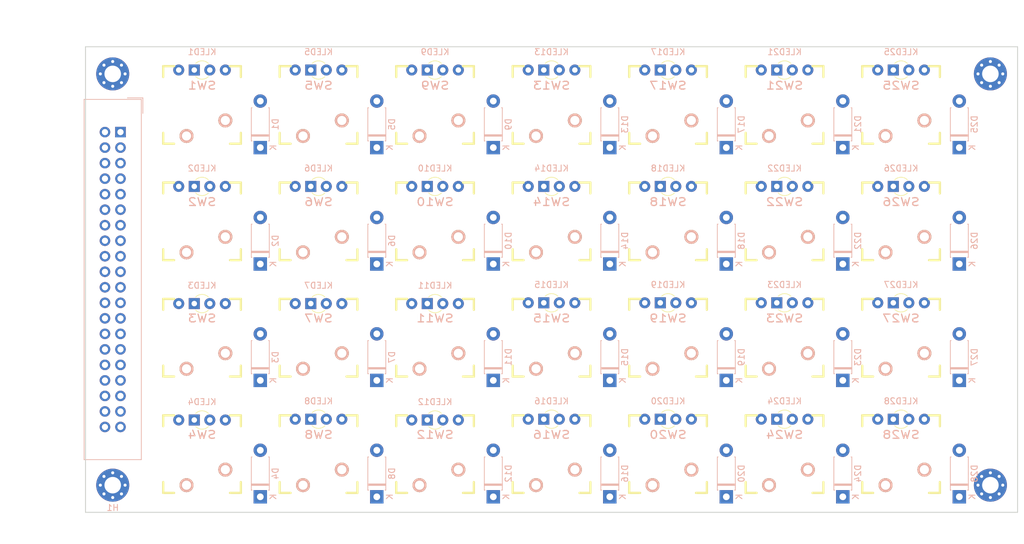
<source format=kicad_pcb>
(kicad_pcb (version 20171130) (host pcbnew 5.0.1+dfsg1-3)
  (layers (0 F.Cu signal) (31 B.Cu signal) (34 B.Paste user) (35 F.Paste user) (36 B.SilkS user) (37 F.SilkS user) (38 B.Mask user) (39 F.Mask user) (44 Edge.Cuts user))
  (net 0 "")
  (net 1 "Net-(D2-Pad1)")
  (net 2 "Net-(D1-Pad1)")
  (net 3 /KS2)
  (net 4 "Net-(D3-Pad1)")
  (net 5 "Net-(D4-Pad1)")
  (net 6 "Net-(D5-Pad1)")
  (net 7 "Net-(D6-Pad1)")
  (net 8 "Net-(D7-Pad1)")
  (net 9 "Net-(D8-Pad1)")
  (net 10 "Net-(D9-Pad1)")
  (net 11 "Net-(D10-Pad1)")
  (net 12 "Net-(D11-Pad1)")
  (net 13 "Net-(D12-Pad1)")
  (net 14 "Net-(D13-Pad1)")
  (net 15 "Net-(D14-Pad1)")
  (net 16 "Net-(D15-Pad1)")
  (net 17 "Net-(D16-Pad1)")
  (net 18 "Net-(D17-Pad1)")
  (net 19 "Net-(D18-Pad1)")
  (net 20 "Net-(D19-Pad1)")
  (net 21 "Net-(D20-Pad1)")
  (net 22 "Net-(D21-Pad1)")
  (net 23 "Net-(D22-Pad1)")
  (net 24 "Net-(D23-Pad1)")
  (net 25 "Net-(D24-Pad1)")
  (net 26 "Net-(D25-Pad1)")
  (net 27 "Net-(D26-Pad1)")
  (net 28 "Net-(D27-Pad1)")
  (net 29 "Net-(D28-Pad1)")
  (net 30 /KR0)
  (net 31 /KR1)
  (net 32 /KR2)
  (net 33 /KR3)
  (net 34 /KR4)
  (net 35 /KR5)
  (net 36 /KR6)
  (net 37 /KR7)
  (net 38 /KR8)
  (net 39 /KR9)
  (net 40 /KS0)
  (net 41 /KS1)
  (net 42 "Net-(J1-Pad1)")
  (net 43 "Net-(J1-Pad3)")
  (net 44 "Net-(J1-Pad5)")
  (net 45 "Net-(J1-Pad7)")
  (net 46 "Net-(J1-Pad9)")
  (net 47 "Net-(J1-Pad11)")
  (net 48 "Net-(J1-Pad13)")
  (net 49 "Net-(J1-Pad15)")
  (net 50 "Net-(J1-Pad17)")
  (net 51 "Net-(J1-Pad19)")
  (net 52 "Net-(J1-Pad21)")
  (net 53 "Net-(J1-Pad23)")
  (net 54 "Net-(J1-Pad25)")
  (net 55 "Net-(J1-Pad27)")
  (net 56 "Net-(J1-Pad29)")
  (net 57 "Net-(J1-Pad31)")
  (net 58 "Net-(J1-Pad33)")
  (net 59 "Net-(J1-Pad35)")
  (net 60 "Net-(J1-Pad37)")
  (net 61 "Net-(J1-Pad39)")
  (module chordboard-footprints:LED_D3.0mm-4 (layer F.Cu) (at 154.305 153.797)
    (fp_text reference KLED12 (at 2.54 -2.96) (layer B.SilkS) (effects (justify mirror)))
    (fp_text value LED_ARGB)
    (pad 4 thru_hole circle (at 3.81 0) (size 1.8 1.8) (drill 0.9) (layers *.Cu *.Mask) (net 56 "Net-(J1-Pad29)"))
    (pad 2 thru_hole circle (at -1.27 0) (size 1.8 1.8) (drill 0.9) (layers *.Cu *.Mask) (net 58 "Net-(J1-Pad33)"))
    (pad 1 thru_hole rect (at 1.27 0) (size 1.8 1.8) (drill 0.9) (layers *.Cu *.Mask) (net 53 "Net-(J1-Pad23)"))
    (pad 3 thru_hole circle (at 6.35 0) (size 1.8 1.8) (drill 0.9) (layers *.Cu *.Mask) (net 57 "Net-(J1-Pad31)"))
  )
  (module chordboard-footprints:LED_D3.0mm-4 (layer F.Cu) (at 135.255 115.57)
    (fp_text reference KLED6 (at 2.54 -2.96) (layer B.SilkS) (effects (justify mirror)))
    (fp_text value LED_ARGB)
    (pad 4 thru_hole circle (at 3.81 0) (size 1.8 1.8) (drill 0.9) (layers *.Cu *.Mask) (net 56 "Net-(J1-Pad29)"))
    (pad 2 thru_hole circle (at -1.27 0) (size 1.8 1.8) (drill 0.9) (layers *.Cu *.Mask) (net 58 "Net-(J1-Pad33)"))
    (pad 1 thru_hole rect (at 1.27 0) (size 1.8 1.8) (drill 0.9) (layers *.Cu *.Mask) (net 47 "Net-(J1-Pad11)"))
    (pad 3 thru_hole circle (at 6.35 0) (size 1.8 1.8) (drill 0.9) (layers *.Cu *.Mask) (net 57 "Net-(J1-Pad31)"))
  )
  (module chordboard-footprints:CHERRY_PCB_100H (layer F.Cu) (at 175.895 102.235 180)
    (fp_text reference SW13 (at 0 3.175 180) (layer B.SilkS) (effects (font (size 1.27 1.524) (thickness 0.2032)) (justify mirror)))
    (fp_text value SW_Push hide)
    (pad HOLE np_thru_hole circle (at 5.08 0 180) (size 1.7018 1.7018) (drill 1.7018) (layers *.Cu))
    (pad HOLE np_thru_hole circle (at -5.08 0 180) (size 1.7018 1.7018) (drill 1.7018) (layers *.Cu))
    (pad HOLE np_thru_hole circle (at 0 0 180) (size 3.9878 3.9878) (drill 3.9878) (layers *.Cu))
    (pad 2 thru_hole circle (at -3.81 -2.54 180) (size 2.286 2.286) (drill 1.4986) (layers *.Cu *.SilkS *.Mask) (net 33 /KR3))
    (pad 1 thru_hole circle (at 2.54 -5.08 180) (size 2.286 2.286) (drill 1.4986) (layers *.Cu *.SilkS *.Mask) (net 14 "Net-(D13-Pad1)"))
  )
  (module chordboard-footprints:CHERRY_PCB_100H (layer F.Cu) (at 137.795 121.285 180)
    (fp_text reference SW6 (at 0 3.175 180) (layer B.SilkS) (effects (font (size 1.27 1.524) (thickness 0.2032)) (justify mirror)))
    (fp_text value SW_Push hide)
    (pad 1 thru_hole circle (at 2.54 -5.08 180) (size 2.286 2.286) (drill 1.4986) (layers *.Cu *.SilkS *.Mask) (net 7 "Net-(D6-Pad1)"))
    (pad 2 thru_hole circle (at -3.81 -2.54 180) (size 2.286 2.286) (drill 1.4986) (layers *.Cu *.SilkS *.Mask) (net 35 /KR5))
    (pad HOLE np_thru_hole circle (at 0 0 180) (size 3.9878 3.9878) (drill 3.9878) (layers *.Cu))
    (pad HOLE np_thru_hole circle (at -5.08 0 180) (size 1.7018 1.7018) (drill 1.7018) (layers *.Cu))
    (pad HOLE np_thru_hole circle (at 5.08 0 180) (size 1.7018 1.7018) (drill 1.7018) (layers *.Cu))
  )
  (module chordboard-footprints:LED_D3.0mm-4 (layer F.Cu) (at 154.305 115.57)
    (fp_text reference KLED10 (at 2.54 -2.96) (layer B.SilkS) (effects (justify mirror)))
    (fp_text value LED_ARGB)
    (pad 3 thru_hole circle (at 6.35 0) (size 1.8 1.8) (drill 0.9) (layers *.Cu *.Mask) (net 57 "Net-(J1-Pad31)"))
    (pad 1 thru_hole rect (at 1.27 0) (size 1.8 1.8) (drill 0.9) (layers *.Cu *.Mask) (net 51 "Net-(J1-Pad19)"))
    (pad 2 thru_hole circle (at -1.27 0) (size 1.8 1.8) (drill 0.9) (layers *.Cu *.Mask) (net 58 "Net-(J1-Pad33)"))
    (pad 4 thru_hole circle (at 3.81 0) (size 1.8 1.8) (drill 0.9) (layers *.Cu *.Mask) (net 56 "Net-(J1-Pad29)"))
  )
  (module chordboard-footprints:CHERRY_PCB_100H (layer F.Cu) (at 233.045 102.235 180)
    (fp_text reference SW25 (at 0 3.175 180) (layer B.SilkS) (effects (font (size 1.27 1.524) (thickness 0.2032)) (justify mirror)))
    (fp_text value SW_Push hide)
    (pad 1 thru_hole circle (at 2.54 -5.08 180) (size 2.286 2.286) (drill 1.4986) (layers *.Cu *.SilkS *.Mask) (net 26 "Net-(D25-Pad1)"))
    (pad 2 thru_hole circle (at -3.81 -2.54 180) (size 2.286 2.286) (drill 1.4986) (layers *.Cu *.SilkS *.Mask) (net 36 /KR6))
    (pad HOLE np_thru_hole circle (at 0 0 180) (size 3.9878 3.9878) (drill 3.9878) (layers *.Cu))
    (pad HOLE np_thru_hole circle (at -5.08 0 180) (size 1.7018 1.7018) (drill 1.7018) (layers *.Cu))
    (pad HOLE np_thru_hole circle (at 5.08 0 180) (size 1.7018 1.7018) (drill 1.7018) (layers *.Cu))
  )
  (module chordboard-footprints:LED_D3.0mm-4 (layer F.Cu) (at 230.505 153.67)
    (fp_text reference KLED28 (at 2.54 -2.96) (layer B.SilkS) (effects (justify mirror)))
    (fp_text value LED_ARGB)
    (pad 4 thru_hole circle (at 3.81 0) (size 1.8 1.8) (drill 0.9) (layers *.Cu *.Mask) (net 59 "Net-(J1-Pad35)"))
    (pad 2 thru_hole circle (at -1.27 0) (size 1.8 1.8) (drill 0.9) (layers *.Cu *.Mask) (net 61 "Net-(J1-Pad39)"))
    (pad 1 thru_hole rect (at 1.27 0) (size 1.8 1.8) (drill 0.9) (layers *.Cu *.Mask) (net 55 "Net-(J1-Pad27)"))
    (pad 3 thru_hole circle (at 6.35 0) (size 1.8 1.8) (drill 0.9) (layers *.Cu *.Mask) (net 60 "Net-(J1-Pad37)"))
  )
  (module chordboard-footprints:CHERRY_PCB_100H (layer F.Cu) (at 213.995 159.385 180)
    (fp_text reference SW24 (at 0 3.175 180) (layer B.SilkS) (effects (font (size 1.27 1.524) (thickness 0.2032)) (justify mirror)))
    (fp_text value SW_Push hide)
    (pad 1 thru_hole circle (at 2.54 -5.08 180) (size 2.286 2.286) (drill 1.4986) (layers *.Cu *.SilkS *.Mask) (net 25 "Net-(D24-Pad1)"))
    (pad 2 thru_hole circle (at -3.81 -2.54 180) (size 2.286 2.286) (drill 1.4986) (layers *.Cu *.SilkS *.Mask) (net 35 /KR5))
    (pad HOLE np_thru_hole circle (at 0 0 180) (size 3.9878 3.9878) (drill 3.9878) (layers *.Cu))
    (pad HOLE np_thru_hole circle (at -5.08 0 180) (size 1.7018 1.7018) (drill 1.7018) (layers *.Cu))
    (pad HOLE np_thru_hole circle (at 5.08 0 180) (size 1.7018 1.7018) (drill 1.7018) (layers *.Cu))
  )
  (module chordboard-footprints:LED_D3.0mm-4 (layer F.Cu) (at 135.255 134.747)
    (fp_text reference KLED7 (at 2.54 -2.96) (layer B.SilkS) (effects (justify mirror)))
    (fp_text value LED_ARGB)
    (pad 4 thru_hole circle (at 3.81 0) (size 1.8 1.8) (drill 0.9) (layers *.Cu *.Mask) (net 56 "Net-(J1-Pad29)"))
    (pad 2 thru_hole circle (at -1.27 0) (size 1.8 1.8) (drill 0.9) (layers *.Cu *.Mask) (net 58 "Net-(J1-Pad33)"))
    (pad 1 thru_hole rect (at 1.27 0) (size 1.8 1.8) (drill 0.9) (layers *.Cu *.Mask) (net 48 "Net-(J1-Pad13)"))
    (pad 3 thru_hole circle (at 6.35 0) (size 1.8 1.8) (drill 0.9) (layers *.Cu *.Mask) (net 57 "Net-(J1-Pad31)"))
  )
  (module chordboard-footprints:CHERRY_PCB_100H (layer F.Cu) (at 194.945 102.235 180)
    (fp_text reference SW17 (at 0 3.175 180) (layer B.SilkS) (effects (font (size 1.27 1.524) (thickness 0.2032)) (justify mirror)))
    (fp_text value SW_Push hide)
    (pad 1 thru_hole circle (at 2.54 -5.08 180) (size 2.286 2.286) (drill 1.4986) (layers *.Cu *.SilkS *.Mask) (net 18 "Net-(D17-Pad1)"))
    (pad 2 thru_hole circle (at -3.81 -2.54 180) (size 2.286 2.286) (drill 1.4986) (layers *.Cu *.SilkS *.Mask) (net 37 /KR7))
    (pad HOLE np_thru_hole circle (at 0 0 180) (size 3.9878 3.9878) (drill 3.9878) (layers *.Cu))
    (pad HOLE np_thru_hole circle (at -5.08 0 180) (size 1.7018 1.7018) (drill 1.7018) (layers *.Cu))
    (pad HOLE np_thru_hole circle (at 5.08 0 180) (size 1.7018 1.7018) (drill 1.7018) (layers *.Cu))
  )
  (module chordboard-footprints:CHERRY_PCB_100H (layer F.Cu) (at 156.845 102.235 180)
    (fp_text reference SW9 (at 0 3.175 180) (layer B.SilkS) (effects (font (size 1.27 1.524) (thickness 0.2032)) (justify mirror)))
    (fp_text value SW_Push hide)
    (pad HOLE np_thru_hole circle (at 5.08 0 180) (size 1.7018 1.7018) (drill 1.7018) (layers *.Cu))
    (pad HOLE np_thru_hole circle (at -5.08 0 180) (size 1.7018 1.7018) (drill 1.7018) (layers *.Cu))
    (pad HOLE np_thru_hole circle (at 0 0 180) (size 3.9878 3.9878) (drill 3.9878) (layers *.Cu))
    (pad 2 thru_hole circle (at -3.81 -2.54 180) (size 2.286 2.286) (drill 1.4986) (layers *.Cu *.SilkS *.Mask) (net 38 /KR8))
    (pad 1 thru_hole circle (at 2.54 -5.08 180) (size 2.286 2.286) (drill 1.4986) (layers *.Cu *.SilkS *.Mask) (net 10 "Net-(D9-Pad1)"))
  )
  (module chordboard-footprints:LED_D3.0mm-4 (layer F.Cu) (at 230.505 96.52)
    (fp_text reference KLED25 (at 2.54 -2.96) (layer B.SilkS) (effects (justify mirror)))
    (fp_text value LED_ARGB)
    (pad 4 thru_hole circle (at 3.81 0) (size 1.8 1.8) (drill 0.9) (layers *.Cu *.Mask) (net 59 "Net-(J1-Pad35)"))
    (pad 2 thru_hole circle (at -1.27 0) (size 1.8 1.8) (drill 0.9) (layers *.Cu *.Mask) (net 61 "Net-(J1-Pad39)"))
    (pad 1 thru_hole rect (at 1.27 0) (size 1.8 1.8) (drill 0.9) (layers *.Cu *.Mask) (net 52 "Net-(J1-Pad21)"))
    (pad 3 thru_hole circle (at 6.35 0) (size 1.8 1.8) (drill 0.9) (layers *.Cu *.Mask) (net 60 "Net-(J1-Pad37)"))
  )
  (module chordboard-footprints:CHERRY_PCB_100H (layer F.Cu) (at 137.795 140.335 180)
    (fp_text reference SW7 (at 0 3.175 180) (layer B.SilkS) (effects (font (size 1.27 1.524) (thickness 0.2032)) (justify mirror)))
    (fp_text value SW_Push hide)
    (pad 1 thru_hole circle (at 2.54 -5.08 180) (size 2.286 2.286) (drill 1.4986) (layers *.Cu *.SilkS *.Mask) (net 8 "Net-(D7-Pad1)"))
    (pad 2 thru_hole circle (at -3.81 -2.54 180) (size 2.286 2.286) (drill 1.4986) (layers *.Cu *.SilkS *.Mask))
    (pad HOLE np_thru_hole circle (at 0 0 180) (size 3.9878 3.9878) (drill 3.9878) (layers *.Cu))
    (pad HOLE np_thru_hole circle (at -5.08 0 180) (size 1.7018 1.7018) (drill 1.7018) (layers *.Cu))
    (pad HOLE np_thru_hole circle (at 5.08 0 180) (size 1.7018 1.7018) (drill 1.7018) (layers *.Cu))
  )
  (module chordboard-footprints:LED_D3.0mm-4 (layer F.Cu) (at 154.305 96.52)
    (fp_text reference KLED9 (at 2.54 -2.96) (layer B.SilkS) (effects (justify mirror)))
    (fp_text value LED_ARGB)
    (pad 4 thru_hole circle (at 3.81 0) (size 1.8 1.8) (drill 0.9) (layers *.Cu *.Mask) (net 56 "Net-(J1-Pad29)"))
    (pad 2 thru_hole circle (at -1.27 0) (size 1.8 1.8) (drill 0.9) (layers *.Cu *.Mask) (net 58 "Net-(J1-Pad33)"))
    (pad 1 thru_hole rect (at 1.27 0) (size 1.8 1.8) (drill 0.9) (layers *.Cu *.Mask) (net 50 "Net-(J1-Pad17)"))
    (pad 3 thru_hole circle (at 6.35 0) (size 1.8 1.8) (drill 0.9) (layers *.Cu *.Mask) (net 57 "Net-(J1-Pad31)"))
  )
  (module chordboard-footprints:CHERRY_PCB_100H (layer F.Cu) (at 233.045 121.285 180)
    (fp_text reference SW26 (at 0 3.175 180) (layer B.SilkS) (effects (font (size 1.27 1.524) (thickness 0.2032)) (justify mirror)))
    (fp_text value SW_Push hide)
    (pad 1 thru_hole circle (at 2.54 -5.08 180) (size 2.286 2.286) (drill 1.4986) (layers *.Cu *.SilkS *.Mask) (net 27 "Net-(D26-Pad1)"))
    (pad 2 thru_hole circle (at -3.81 -2.54 180) (size 2.286 2.286) (drill 1.4986) (layers *.Cu *.SilkS *.Mask) (net 37 /KR7))
    (pad HOLE np_thru_hole circle (at 0 0 180) (size 3.9878 3.9878) (drill 3.9878) (layers *.Cu))
    (pad HOLE np_thru_hole circle (at -5.08 0 180) (size 1.7018 1.7018) (drill 1.7018) (layers *.Cu))
    (pad HOLE np_thru_hole circle (at 5.08 0 180) (size 1.7018 1.7018) (drill 1.7018) (layers *.Cu))
  )
  (module chordboard-footprints:LED_D3.0mm-4 (layer F.Cu) (at 135.255 96.52)
    (fp_text reference KLED5 (at 2.54 -2.96) (layer B.SilkS) (effects (justify mirror)))
    (fp_text value LED_ARGB)
    (pad 3 thru_hole circle (at 6.35 0) (size 1.8 1.8) (drill 0.9) (layers *.Cu *.Mask) (net 57 "Net-(J1-Pad31)"))
    (pad 1 thru_hole rect (at 1.27 0) (size 1.8 1.8) (drill 0.9) (layers *.Cu *.Mask) (net 46 "Net-(J1-Pad9)"))
    (pad 2 thru_hole circle (at -1.27 0) (size 1.8 1.8) (drill 0.9) (layers *.Cu *.Mask) (net 58 "Net-(J1-Pad33)"))
    (pad 4 thru_hole circle (at 3.81 0) (size 1.8 1.8) (drill 0.9) (layers *.Cu *.Mask) (net 56 "Net-(J1-Pad29)"))
  )
  (module chordboard-footprints:LED_D3.0mm-4 (layer F.Cu) (at 211.455 134.62)
    (fp_text reference KLED23 (at 2.54 -2.96) (layer B.SilkS) (effects (justify mirror)))
    (fp_text value LED_ARGB)
    (pad 3 thru_hole circle (at 6.35 0) (size 1.8 1.8) (drill 0.9) (layers *.Cu *.Mask) (net 60 "Net-(J1-Pad37)"))
    (pad 1 thru_hole rect (at 1.27 0) (size 1.8 1.8) (drill 0.9) (layers *.Cu *.Mask) (net 50 "Net-(J1-Pad17)"))
    (pad 2 thru_hole circle (at -1.27 0) (size 1.8 1.8) (drill 0.9) (layers *.Cu *.Mask) (net 61 "Net-(J1-Pad39)"))
    (pad 4 thru_hole circle (at 3.81 0) (size 1.8 1.8) (drill 0.9) (layers *.Cu *.Mask) (net 59 "Net-(J1-Pad35)"))
  )
  (module chordboard-footprints:LED_D3.0mm-4 (layer F.Cu) (at 116.205 153.797)
    (fp_text reference KLED4 (at 2.54 -2.96) (layer B.SilkS) (effects (justify mirror)))
    (fp_text value LED_ARGB)
    (pad 3 thru_hole circle (at 6.35 0) (size 1.8 1.8) (drill 0.9) (layers *.Cu *.Mask) (net 57 "Net-(J1-Pad31)"))
    (pad 1 thru_hole rect (at 1.27 0) (size 1.8 1.8) (drill 0.9) (layers *.Cu *.Mask) (net 45 "Net-(J1-Pad7)"))
    (pad 2 thru_hole circle (at -1.27 0) (size 1.8 1.8) (drill 0.9) (layers *.Cu *.Mask) (net 58 "Net-(J1-Pad33)"))
    (pad 4 thru_hole circle (at 3.81 0) (size 1.8 1.8) (drill 0.9) (layers *.Cu *.Mask) (net 56 "Net-(J1-Pad29)"))
  )
  (module chordboard-footprints:CHERRY_PCB_100H (layer F.Cu) (at 137.795 159.385 180)
    (fp_text reference SW8 (at 0 3.175 180) (layer B.SilkS) (effects (font (size 1.27 1.524) (thickness 0.2032)) (justify mirror)))
    (fp_text value SW_Push hide)
    (pad HOLE np_thru_hole circle (at 5.08 0 180) (size 1.7018 1.7018) (drill 1.7018) (layers *.Cu))
    (pad HOLE np_thru_hole circle (at -5.08 0 180) (size 1.7018 1.7018) (drill 1.7018) (layers *.Cu))
    (pad HOLE np_thru_hole circle (at 0 0 180) (size 3.9878 3.9878) (drill 3.9878) (layers *.Cu))
    (pad 2 thru_hole circle (at -3.81 -2.54 180) (size 2.286 2.286) (drill 1.4986) (layers *.Cu *.SilkS *.Mask) (net 37 /KR7))
    (pad 1 thru_hole circle (at 2.54 -5.08 180) (size 2.286 2.286) (drill 1.4986) (layers *.Cu *.SilkS *.Mask) (net 9 "Net-(D8-Pad1)"))
  )
  (module chordboard-footprints:CHERRY_PCB_100H (layer F.Cu) (at 213.995 140.335 180)
    (fp_text reference SW23 (at 0 3.175 180) (layer B.SilkS) (effects (font (size 1.27 1.524) (thickness 0.2032)) (justify mirror)))
    (fp_text value SW_Push hide)
    (pad HOLE np_thru_hole circle (at 5.08 0 180) (size 1.7018 1.7018) (drill 1.7018) (layers *.Cu))
    (pad HOLE np_thru_hole circle (at -5.08 0 180) (size 1.7018 1.7018) (drill 1.7018) (layers *.Cu))
    (pad HOLE np_thru_hole circle (at 0 0 180) (size 3.9878 3.9878) (drill 3.9878) (layers *.Cu))
    (pad 2 thru_hole circle (at -3.81 -2.54 180) (size 2.286 2.286) (drill 1.4986) (layers *.Cu *.SilkS *.Mask) (net 34 /KR4))
    (pad 1 thru_hole circle (at 2.54 -5.08 180) (size 2.286 2.286) (drill 1.4986) (layers *.Cu *.SilkS *.Mask) (net 24 "Net-(D23-Pad1)"))
  )
  (module chordboard-footprints:LED_D3.0mm-4 (layer F.Cu) (at 154.305 134.747)
    (fp_text reference KLED11 (at 2.54 -2.96) (layer B.SilkS) (effects (justify mirror)))
    (fp_text value LED_ARGB)
    (pad 3 thru_hole circle (at 6.35 0) (size 1.8 1.8) (drill 0.9) (layers *.Cu *.Mask) (net 57 "Net-(J1-Pad31)"))
    (pad 1 thru_hole rect (at 1.27 0) (size 1.8 1.8) (drill 0.9) (layers *.Cu *.Mask) (net 52 "Net-(J1-Pad21)"))
    (pad 2 thru_hole circle (at -1.27 0) (size 1.8 1.8) (drill 0.9) (layers *.Cu *.Mask) (net 58 "Net-(J1-Pad33)"))
    (pad 4 thru_hole circle (at 3.81 0) (size 1.8 1.8) (drill 0.9) (layers *.Cu *.Mask) (net 56 "Net-(J1-Pad29)"))
  )
  (module chordboard-footprints:LED_D3.0mm-4 (layer F.Cu) (at 230.505 134.62)
    (fp_text reference KLED27 (at 2.54 -2.96) (layer B.SilkS) (effects (justify mirror)))
    (fp_text value LED_ARGB)
    (pad 3 thru_hole circle (at 6.35 0) (size 1.8 1.8) (drill 0.9) (layers *.Cu *.Mask) (net 60 "Net-(J1-Pad37)"))
    (pad 1 thru_hole rect (at 1.27 0) (size 1.8 1.8) (drill 0.9) (layers *.Cu *.Mask) (net 54 "Net-(J1-Pad25)"))
    (pad 2 thru_hole circle (at -1.27 0) (size 1.8 1.8) (drill 0.9) (layers *.Cu *.Mask) (net 61 "Net-(J1-Pad39)"))
    (pad 4 thru_hole circle (at 3.81 0) (size 1.8 1.8) (drill 0.9) (layers *.Cu *.Mask) (net 59 "Net-(J1-Pad35)"))
  )
  (module chordboard-footprints:CHERRY_PCB_100H (layer F.Cu) (at 156.845 121.285 180)
    (fp_text reference SW10 (at 0 3.175 180) (layer B.SilkS) (effects (font (size 1.27 1.524) (thickness 0.2032)) (justify mirror)))
    (fp_text value SW_Push hide)
    (pad HOLE np_thru_hole circle (at 5.08 0 180) (size 1.7018 1.7018) (drill 1.7018) (layers *.Cu))
    (pad HOLE np_thru_hole circle (at -5.08 0 180) (size 1.7018 1.7018) (drill 1.7018) (layers *.Cu))
    (pad HOLE np_thru_hole circle (at 0 0 180) (size 3.9878 3.9878) (drill 3.9878) (layers *.Cu))
    (pad 2 thru_hole circle (at -3.81 -2.54 180) (size 2.286 2.286) (drill 1.4986) (layers *.Cu *.SilkS *.Mask) (net 30 /KR0))
    (pad 1 thru_hole circle (at 2.54 -5.08 180) (size 2.286 2.286) (drill 1.4986) (layers *.Cu *.SilkS *.Mask) (net 11 "Net-(D10-Pad1)"))
  )
  (module chordboard-footprints:LED_D3.0mm-4 (layer F.Cu) (at 192.405 134.62)
    (fp_text reference KLED19 (at 2.54 -2.96) (layer B.SilkS) (effects (justify mirror)))
    (fp_text value LED_ARGB)
    (pad 4 thru_hole circle (at 3.81 0) (size 1.8 1.8) (drill 0.9) (layers *.Cu *.Mask) (net 59 "Net-(J1-Pad35)"))
    (pad 2 thru_hole circle (at -1.27 0) (size 1.8 1.8) (drill 0.9) (layers *.Cu *.Mask) (net 61 "Net-(J1-Pad39)"))
    (pad 1 thru_hole rect (at 1.27 0) (size 1.8 1.8) (drill 0.9) (layers *.Cu *.Mask) (net 46 "Net-(J1-Pad9)"))
    (pad 3 thru_hole circle (at 6.35 0) (size 1.8 1.8) (drill 0.9) (layers *.Cu *.Mask) (net 60 "Net-(J1-Pad37)"))
  )
  (module chordboard-footprints:LED_D3.0mm-4 (layer F.Cu) (at 192.405 153.67)
    (fp_text reference KLED20 (at 2.54 -2.96) (layer B.SilkS) (effects (justify mirror)))
    (fp_text value LED_ARGB)
    (pad 3 thru_hole circle (at 6.35 0) (size 1.8 1.8) (drill 0.9) (layers *.Cu *.Mask) (net 60 "Net-(J1-Pad37)"))
    (pad 1 thru_hole rect (at 1.27 0) (size 1.8 1.8) (drill 0.9) (layers *.Cu *.Mask) (net 47 "Net-(J1-Pad11)"))
    (pad 2 thru_hole circle (at -1.27 0) (size 1.8 1.8) (drill 0.9) (layers *.Cu *.Mask) (net 61 "Net-(J1-Pad39)"))
    (pad 4 thru_hole circle (at 3.81 0) (size 1.8 1.8) (drill 0.9) (layers *.Cu *.Mask) (net 59 "Net-(J1-Pad35)"))
  )
  (module chordboard-footprints:CHERRY_PCB_100H (layer F.Cu) (at 156.845 140.335 180)
    (fp_text reference SW11 (at 0 3.175 180) (layer B.SilkS) (effects (font (size 1.27 1.524) (thickness 0.2032)) (justify mirror)))
    (fp_text value SW_Push hide)
    (pad HOLE np_thru_hole circle (at 5.08 0 180) (size 1.7018 1.7018) (drill 1.7018) (layers *.Cu))
    (pad HOLE np_thru_hole circle (at -5.08 0 180) (size 1.7018 1.7018) (drill 1.7018) (layers *.Cu))
    (pad HOLE np_thru_hole circle (at 0 0 180) (size 3.9878 3.9878) (drill 3.9878) (layers *.Cu))
    (pad 2 thru_hole circle (at -3.81 -2.54 180) (size 2.286 2.286) (drill 1.4986) (layers *.Cu *.SilkS *.Mask) (net 31 /KR1))
    (pad 1 thru_hole circle (at 2.54 -5.08 180) (size 2.286 2.286) (drill 1.4986) (layers *.Cu *.SilkS *.Mask) (net 12 "Net-(D11-Pad1)"))
  )
  (module chordboard-footprints:LED_D3.0mm-4 (layer F.Cu) (at 135.255 153.67)
    (fp_text reference KLED8 (at 2.54 -2.96) (layer B.SilkS) (effects (justify mirror)))
    (fp_text value LED_ARGB)
    (pad 3 thru_hole circle (at 6.35 0) (size 1.8 1.8) (drill 0.9) (layers *.Cu *.Mask) (net 57 "Net-(J1-Pad31)"))
    (pad 1 thru_hole rect (at 1.27 0) (size 1.8 1.8) (drill 0.9) (layers *.Cu *.Mask) (net 49 "Net-(J1-Pad15)"))
    (pad 2 thru_hole circle (at -1.27 0) (size 1.8 1.8) (drill 0.9) (layers *.Cu *.Mask) (net 58 "Net-(J1-Pad33)"))
    (pad 4 thru_hole circle (at 3.81 0) (size 1.8 1.8) (drill 0.9) (layers *.Cu *.Mask) (net 56 "Net-(J1-Pad29)"))
  )
  (module chordboard-footprints:LED_D3.0mm-4 (layer F.Cu) (at 211.455 96.52)
    (fp_text reference KLED21 (at 2.54 -2.96) (layer B.SilkS) (effects (justify mirror)))
    (fp_text value LED_ARGB)
    (pad 4 thru_hole circle (at 3.81 0) (size 1.8 1.8) (drill 0.9) (layers *.Cu *.Mask) (net 59 "Net-(J1-Pad35)"))
    (pad 2 thru_hole circle (at -1.27 0) (size 1.8 1.8) (drill 0.9) (layers *.Cu *.Mask) (net 61 "Net-(J1-Pad39)"))
    (pad 1 thru_hole rect (at 1.27 0) (size 1.8 1.8) (drill 0.9) (layers *.Cu *.Mask) (net 48 "Net-(J1-Pad13)"))
    (pad 3 thru_hole circle (at 6.35 0) (size 1.8 1.8) (drill 0.9) (layers *.Cu *.Mask) (net 60 "Net-(J1-Pad37)"))
  )
  (module chordboard-footprints:LED_D3.0mm-4 (layer F.Cu) (at 211.455 115.57)
    (fp_text reference KLED22 (at 2.54 -2.96) (layer B.SilkS) (effects (justify mirror)))
    (fp_text value LED_ARGB)
    (pad 3 thru_hole circle (at 6.35 0) (size 1.8 1.8) (drill 0.9) (layers *.Cu *.Mask) (net 60 "Net-(J1-Pad37)"))
    (pad 1 thru_hole rect (at 1.27 0) (size 1.8 1.8) (drill 0.9) (layers *.Cu *.Mask) (net 49 "Net-(J1-Pad15)"))
    (pad 2 thru_hole circle (at -1.27 0) (size 1.8 1.8) (drill 0.9) (layers *.Cu *.Mask) (net 61 "Net-(J1-Pad39)"))
    (pad 4 thru_hole circle (at 3.81 0) (size 1.8 1.8) (drill 0.9) (layers *.Cu *.Mask) (net 59 "Net-(J1-Pad35)"))
  )
  (module chordboard-footprints:LED_D3.0mm-4 (layer F.Cu) (at 230.505 115.57)
    (fp_text reference KLED26 (at 2.54 -2.96) (layer B.SilkS) (effects (justify mirror)))
    (fp_text value LED_ARGB)
    (pad 3 thru_hole circle (at 6.35 0) (size 1.8 1.8) (drill 0.9) (layers *.Cu *.Mask) (net 60 "Net-(J1-Pad37)"))
    (pad 1 thru_hole rect (at 1.27 0) (size 1.8 1.8) (drill 0.9) (layers *.Cu *.Mask) (net 53 "Net-(J1-Pad23)"))
    (pad 2 thru_hole circle (at -1.27 0) (size 1.8 1.8) (drill 0.9) (layers *.Cu *.Mask) (net 61 "Net-(J1-Pad39)"))
    (pad 4 thru_hole circle (at 3.81 0) (size 1.8 1.8) (drill 0.9) (layers *.Cu *.Mask) (net 59 "Net-(J1-Pad35)"))
  )
  (module chordboard-footprints:CHERRY_PCB_100H (layer F.Cu) (at 194.945 121.285 180)
    (fp_text reference SW18 (at 0 3.175 180) (layer B.SilkS) (effects (font (size 1.27 1.524) (thickness 0.2032)) (justify mirror)))
    (fp_text value SW_Push hide)
    (pad HOLE np_thru_hole circle (at 5.08 0 180) (size 1.7018 1.7018) (drill 1.7018) (layers *.Cu))
    (pad HOLE np_thru_hole circle (at -5.08 0 180) (size 1.7018 1.7018) (drill 1.7018) (layers *.Cu))
    (pad HOLE np_thru_hole circle (at 0 0 180) (size 3.9878 3.9878) (drill 3.9878) (layers *.Cu))
    (pad 2 thru_hole circle (at -3.81 -2.54 180) (size 2.286 2.286) (drill 1.4986) (layers *.Cu *.SilkS *.Mask) (net 38 /KR8))
    (pad 1 thru_hole circle (at 2.54 -5.08 180) (size 2.286 2.286) (drill 1.4986) (layers *.Cu *.SilkS *.Mask) (net 19 "Net-(D18-Pad1)"))
  )
  (module chordboard-footprints:CHERRY_PCB_100H (layer F.Cu) (at 156.845 159.385 180)
    (fp_text reference SW12 (at 0 3.175 180) (layer B.SilkS) (effects (font (size 1.27 1.524) (thickness 0.2032)) (justify mirror)))
    (fp_text value SW_Push hide)
    (pad 1 thru_hole circle (at 2.54 -5.08 180) (size 2.286 2.286) (drill 1.4986) (layers *.Cu *.SilkS *.Mask) (net 13 "Net-(D12-Pad1)"))
    (pad 2 thru_hole circle (at -3.81 -2.54 180) (size 2.286 2.286) (drill 1.4986) (layers *.Cu *.SilkS *.Mask) (net 32 /KR2))
    (pad HOLE np_thru_hole circle (at 0 0 180) (size 3.9878 3.9878) (drill 3.9878) (layers *.Cu))
    (pad HOLE np_thru_hole circle (at -5.08 0 180) (size 1.7018 1.7018) (drill 1.7018) (layers *.Cu))
    (pad HOLE np_thru_hole circle (at 5.08 0 180) (size 1.7018 1.7018) (drill 1.7018) (layers *.Cu))
  )
  (module chordboard-footprints:LED_D3.0mm-4 (layer F.Cu) (at 192.405 115.57)
    (fp_text reference KLED18 (at 2.54 -2.96) (layer B.SilkS) (effects (justify mirror)))
    (fp_text value LED_ARGB)
    (pad 4 thru_hole circle (at 3.81 0) (size 1.8 1.8) (drill 0.9) (layers *.Cu *.Mask) (net 59 "Net-(J1-Pad35)"))
    (pad 2 thru_hole circle (at -1.27 0) (size 1.8 1.8) (drill 0.9) (layers *.Cu *.Mask) (net 61 "Net-(J1-Pad39)"))
    (pad 1 thru_hole rect (at 1.27 0) (size 1.8 1.8) (drill 0.9) (layers *.Cu *.Mask) (net 45 "Net-(J1-Pad7)"))
    (pad 3 thru_hole circle (at 6.35 0) (size 1.8 1.8) (drill 0.9) (layers *.Cu *.Mask) (net 60 "Net-(J1-Pad37)"))
  )
  (module chordboard-footprints:LED_D3.0mm-4 (layer F.Cu) (at 116.205 134.747)
    (fp_text reference KLED3 (at 2.54 -2.96) (layer B.SilkS) (effects (justify mirror)))
    (fp_text value LED_ARGB)
    (pad 4 thru_hole circle (at 3.81 0) (size 1.8 1.8) (drill 0.9) (layers *.Cu *.Mask) (net 56 "Net-(J1-Pad29)"))
    (pad 2 thru_hole circle (at -1.27 0) (size 1.8 1.8) (drill 0.9) (layers *.Cu *.Mask) (net 58 "Net-(J1-Pad33)"))
    (pad 1 thru_hole rect (at 1.27 0) (size 1.8 1.8) (drill 0.9) (layers *.Cu *.Mask) (net 44 "Net-(J1-Pad5)"))
    (pad 3 thru_hole circle (at 6.35 0) (size 1.8 1.8) (drill 0.9) (layers *.Cu *.Mask) (net 57 "Net-(J1-Pad31)"))
  )
  (module chordboard-footprints:CHERRY_PCB_100H (layer F.Cu) (at 118.745 140.335 180)
    (fp_text reference SW3 (at 0 3.175 180) (layer B.SilkS) (effects (font (size 1.27 1.524) (thickness 0.2032)) (justify mirror)))
    (fp_text value SW_Push hide)
    (pad 1 thru_hole circle (at 2.54 -5.08 180) (size 2.286 2.286) (drill 1.4986) (layers *.Cu *.SilkS *.Mask) (net 4 "Net-(D3-Pad1)"))
    (pad 2 thru_hole circle (at -3.81 -2.54 180) (size 2.286 2.286) (drill 1.4986) (layers *.Cu *.SilkS *.Mask) (net 32 /KR2))
    (pad HOLE np_thru_hole circle (at 0 0 180) (size 3.9878 3.9878) (drill 3.9878) (layers *.Cu))
    (pad HOLE np_thru_hole circle (at -5.08 0 180) (size 1.7018 1.7018) (drill 1.7018) (layers *.Cu))
    (pad HOLE np_thru_hole circle (at 5.08 0 180) (size 1.7018 1.7018) (drill 1.7018) (layers *.Cu))
  )
  (module chordboard-footprints:CHERRY_PCB_100H (layer F.Cu) (at 175.895 140.335 180)
    (fp_text reference SW15 (at 0 3.175 180) (layer B.SilkS) (effects (font (size 1.27 1.524) (thickness 0.2032)) (justify mirror)))
    (fp_text value SW_Push hide)
    (pad HOLE np_thru_hole circle (at 5.08 0 180) (size 1.7018 1.7018) (drill 1.7018) (layers *.Cu))
    (pad HOLE np_thru_hole circle (at -5.08 0 180) (size 1.7018 1.7018) (drill 1.7018) (layers *.Cu))
    (pad HOLE np_thru_hole circle (at 0 0 180) (size 3.9878 3.9878) (drill 3.9878) (layers *.Cu))
    (pad 2 thru_hole circle (at -3.81 -2.54 180) (size 2.286 2.286) (drill 1.4986) (layers *.Cu *.SilkS *.Mask) (net 35 /KR5))
    (pad 1 thru_hole circle (at 2.54 -5.08 180) (size 2.286 2.286) (drill 1.4986) (layers *.Cu *.SilkS *.Mask) (net 16 "Net-(D15-Pad1)"))
  )
  (module chordboard-footprints:LED_D3.0mm-4 (layer F.Cu) (at 173.355 115.57)
    (fp_text reference KLED14 (at 2.54 -2.96) (layer B.SilkS) (effects (justify mirror)))
    (fp_text value LED_ARGB)
    (pad 3 thru_hole circle (at 6.35 0) (size 1.8 1.8) (drill 0.9) (layers *.Cu *.Mask) (net 57 "Net-(J1-Pad31)"))
    (pad 1 thru_hole rect (at 1.27 0) (size 1.8 1.8) (drill 0.9) (layers *.Cu *.Mask) (net 55 "Net-(J1-Pad27)"))
    (pad 2 thru_hole circle (at -1.27 0) (size 1.8 1.8) (drill 0.9) (layers *.Cu *.Mask) (net 58 "Net-(J1-Pad33)"))
    (pad 4 thru_hole circle (at 3.81 0) (size 1.8 1.8) (drill 0.9) (layers *.Cu *.Mask) (net 56 "Net-(J1-Pad29)"))
  )
  (module chordboard-footprints:CHERRY_PCB_100H (layer F.Cu) (at 118.745 102.235 180)
    (fp_text reference SW1 (at 0 3.175 180) (layer B.SilkS) (effects (font (size 1.27 1.524) (thickness 0.2032)) (justify mirror)))
    (fp_text value SW_Push hide)
    (pad 1 thru_hole circle (at 2.54 -5.08 180) (size 2.286 2.286) (drill 1.4986) (layers *.Cu *.SilkS *.Mask) (net 2 "Net-(D1-Pad1)"))
    (pad 2 thru_hole circle (at -3.81 -2.54 180) (size 2.286 2.286) (drill 1.4986) (layers *.Cu *.SilkS *.Mask) (net 30 /KR0))
    (pad HOLE np_thru_hole circle (at 0 0 180) (size 3.9878 3.9878) (drill 3.9878) (layers *.Cu))
    (pad HOLE np_thru_hole circle (at -5.08 0 180) (size 1.7018 1.7018) (drill 1.7018) (layers *.Cu))
    (pad HOLE np_thru_hole circle (at 5.08 0 180) (size 1.7018 1.7018) (drill 1.7018) (layers *.Cu))
  )
  (module chordboard-footprints:CHERRY_PCB_100H (layer F.Cu) (at 213.995 121.285 180)
    (fp_text reference SW22 (at 0 3.175 180) (layer B.SilkS) (effects (font (size 1.27 1.524) (thickness 0.2032)) (justify mirror)))
    (fp_text value SW_Push hide)
    (pad HOLE np_thru_hole circle (at 5.08 0 180) (size 1.7018 1.7018) (drill 1.7018) (layers *.Cu))
    (pad HOLE np_thru_hole circle (at -5.08 0 180) (size 1.7018 1.7018) (drill 1.7018) (layers *.Cu))
    (pad HOLE np_thru_hole circle (at 0 0 180) (size 3.9878 3.9878) (drill 3.9878) (layers *.Cu))
    (pad 2 thru_hole circle (at -3.81 -2.54 180) (size 2.286 2.286) (drill 1.4986) (layers *.Cu *.SilkS *.Mask) (net 33 /KR3))
    (pad 1 thru_hole circle (at 2.54 -5.08 180) (size 2.286 2.286) (drill 1.4986) (layers *.Cu *.SilkS *.Mask) (net 23 "Net-(D22-Pad1)"))
  )
  (module chordboard-footprints:CHERRY_PCB_100H (layer F.Cu) (at 233.045 159.385 180)
    (fp_text reference SW28 (at 0 3.175 180) (layer B.SilkS) (effects (font (size 1.27 1.524) (thickness 0.2032)) (justify mirror)))
    (fp_text value SW_Push hide)
    (pad 1 thru_hole circle (at 2.54 -5.08 180) (size 2.286 2.286) (drill 1.4986) (layers *.Cu *.SilkS *.Mask) (net 29 "Net-(D28-Pad1)"))
    (pad 2 thru_hole circle (at -3.81 -2.54 180) (size 2.286 2.286) (drill 1.4986) (layers *.Cu *.SilkS *.Mask) (net 39 /KR9))
    (pad HOLE np_thru_hole circle (at 0 0 180) (size 3.9878 3.9878) (drill 3.9878) (layers *.Cu))
    (pad HOLE np_thru_hole circle (at -5.08 0 180) (size 1.7018 1.7018) (drill 1.7018) (layers *.Cu))
    (pad HOLE np_thru_hole circle (at 5.08 0 180) (size 1.7018 1.7018) (drill 1.7018) (layers *.Cu))
  )
  (module chordboard-footprints:LED_D3.0mm-4 (layer F.Cu) (at 116.205 115.57)
    (fp_text reference KLED2 (at 2.54 -2.96) (layer B.SilkS) (effects (justify mirror)))
    (fp_text value LED_ARGB)
    (pad 4 thru_hole circle (at 3.81 0) (size 1.8 1.8) (drill 0.9) (layers *.Cu *.Mask) (net 56 "Net-(J1-Pad29)"))
    (pad 2 thru_hole circle (at -1.27 0) (size 1.8 1.8) (drill 0.9) (layers *.Cu *.Mask) (net 58 "Net-(J1-Pad33)"))
    (pad 1 thru_hole rect (at 1.27 0) (size 1.8 1.8) (drill 0.9) (layers *.Cu *.Mask) (net 43 "Net-(J1-Pad3)"))
    (pad 3 thru_hole circle (at 6.35 0) (size 1.8 1.8) (drill 0.9) (layers *.Cu *.Mask) (net 57 "Net-(J1-Pad31)"))
  )
  (module chordboard-footprints:CHERRY_PCB_100H (layer F.Cu) (at 194.945 140.335 180)
    (fp_text reference SW19 (at 0 3.175 180) (layer B.SilkS) (effects (font (size 1.27 1.524) (thickness 0.2032)) (justify mirror)))
    (fp_text value SW_Push hide)
    (pad 1 thru_hole circle (at 2.54 -5.08 180) (size 2.286 2.286) (drill 1.4986) (layers *.Cu *.SilkS *.Mask) (net 20 "Net-(D19-Pad1)"))
    (pad 2 thru_hole circle (at -3.81 -2.54 180) (size 2.286 2.286) (drill 1.4986) (layers *.Cu *.SilkS *.Mask) (net 30 /KR0))
    (pad HOLE np_thru_hole circle (at 0 0 180) (size 3.9878 3.9878) (drill 3.9878) (layers *.Cu))
    (pad HOLE np_thru_hole circle (at -5.08 0 180) (size 1.7018 1.7018) (drill 1.7018) (layers *.Cu))
    (pad HOLE np_thru_hole circle (at 5.08 0 180) (size 1.7018 1.7018) (drill 1.7018) (layers *.Cu))
  )
  (module chordboard-footprints:LED_D3.0mm-4 (layer F.Cu) (at 192.405 96.52)
    (fp_text reference KLED17 (at 2.54 -2.96) (layer B.SilkS) (effects (justify mirror)))
    (fp_text value LED_ARGB)
    (pad 3 thru_hole circle (at 6.35 0) (size 1.8 1.8) (drill 0.9) (layers *.Cu *.Mask) (net 60 "Net-(J1-Pad37)"))
    (pad 1 thru_hole rect (at 1.27 0) (size 1.8 1.8) (drill 0.9) (layers *.Cu *.Mask) (net 44 "Net-(J1-Pad5)"))
    (pad 2 thru_hole circle (at -1.27 0) (size 1.8 1.8) (drill 0.9) (layers *.Cu *.Mask) (net 61 "Net-(J1-Pad39)"))
    (pad 4 thru_hole circle (at 3.81 0) (size 1.8 1.8) (drill 0.9) (layers *.Cu *.Mask) (net 59 "Net-(J1-Pad35)"))
  )
  (module chordboard-footprints:CHERRY_PCB_100H (layer F.Cu) (at 175.895 159.385 180)
    (fp_text reference SW16 (at 0 3.175 180) (layer B.SilkS) (effects (font (size 1.27 1.524) (thickness 0.2032)) (justify mirror)))
    (fp_text value SW_Push hide)
    (pad HOLE np_thru_hole circle (at 5.08 0 180) (size 1.7018 1.7018) (drill 1.7018) (layers *.Cu))
    (pad HOLE np_thru_hole circle (at -5.08 0 180) (size 1.7018 1.7018) (drill 1.7018) (layers *.Cu))
    (pad HOLE np_thru_hole circle (at 0 0 180) (size 3.9878 3.9878) (drill 3.9878) (layers *.Cu))
    (pad 2 thru_hole circle (at -3.81 -2.54 180) (size 2.286 2.286) (drill 1.4986) (layers *.Cu *.SilkS *.Mask))
    (pad 1 thru_hole circle (at 2.54 -5.08 180) (size 2.286 2.286) (drill 1.4986) (layers *.Cu *.SilkS *.Mask) (net 17 "Net-(D16-Pad1)"))
  )
  (module chordboard-footprints:CHERRY_PCB_100H (layer F.Cu) (at 118.745 159.385 180)
    (fp_text reference SW4 (at 0 3.175 180) (layer B.SilkS) (effects (font (size 1.27 1.524) (thickness 0.2032)) (justify mirror)))
    (fp_text value SW_Push hide)
    (pad HOLE np_thru_hole circle (at 5.08 0 180) (size 1.7018 1.7018) (drill 1.7018) (layers *.Cu))
    (pad HOLE np_thru_hole circle (at -5.08 0 180) (size 1.7018 1.7018) (drill 1.7018) (layers *.Cu))
    (pad HOLE np_thru_hole circle (at 0 0 180) (size 3.9878 3.9878) (drill 3.9878) (layers *.Cu))
    (pad 2 thru_hole circle (at -3.81 -2.54 180) (size 2.286 2.286) (drill 1.4986) (layers *.Cu *.SilkS *.Mask) (net 33 /KR3))
    (pad 1 thru_hole circle (at 2.54 -5.08 180) (size 2.286 2.286) (drill 1.4986) (layers *.Cu *.SilkS *.Mask) (net 5 "Net-(D4-Pad1)"))
  )
  (module chordboard-footprints:CHERRY_PCB_100H (layer F.Cu) (at 194.945 159.385 180)
    (fp_text reference SW20 (at 0 3.175 180) (layer B.SilkS) (effects (font (size 1.27 1.524) (thickness 0.2032)) (justify mirror)))
    (fp_text value SW_Push hide)
    (pad HOLE np_thru_hole circle (at 5.08 0 180) (size 1.7018 1.7018) (drill 1.7018) (layers *.Cu))
    (pad HOLE np_thru_hole circle (at -5.08 0 180) (size 1.7018 1.7018) (drill 1.7018) (layers *.Cu))
    (pad HOLE np_thru_hole circle (at 0 0 180) (size 3.9878 3.9878) (drill 3.9878) (layers *.Cu))
    (pad 2 thru_hole circle (at -3.81 -2.54 180) (size 2.286 2.286) (drill 1.4986) (layers *.Cu *.SilkS *.Mask) (net 31 /KR1))
    (pad 1 thru_hole circle (at 2.54 -5.08 180) (size 2.286 2.286) (drill 1.4986) (layers *.Cu *.SilkS *.Mask) (net 21 "Net-(D20-Pad1)"))
  )
  (module chordboard-footprints:LED_D3.0mm-4 (layer F.Cu) (at 173.355 96.52)
    (fp_text reference KLED13 (at 2.54 -2.96) (layer B.SilkS) (effects (justify mirror)))
    (fp_text value LED_ARGB)
    (pad 4 thru_hole circle (at 3.81 0) (size 1.8 1.8) (drill 0.9) (layers *.Cu *.Mask) (net 56 "Net-(J1-Pad29)"))
    (pad 2 thru_hole circle (at -1.27 0) (size 1.8 1.8) (drill 0.9) (layers *.Cu *.Mask) (net 58 "Net-(J1-Pad33)"))
    (pad 1 thru_hole rect (at 1.27 0) (size 1.8 1.8) (drill 0.9) (layers *.Cu *.Mask) (net 54 "Net-(J1-Pad25)"))
    (pad 3 thru_hole circle (at 6.35 0) (size 1.8 1.8) (drill 0.9) (layers *.Cu *.Mask) (net 57 "Net-(J1-Pad31)"))
  )
  (module chordboard-footprints:CHERRY_PCB_100H (layer F.Cu) (at 175.895 121.285 180)
    (fp_text reference SW14 (at 0 3.175 180) (layer B.SilkS) (effects (font (size 1.27 1.524) (thickness 0.2032)) (justify mirror)))
    (fp_text value SW_Push hide)
    (pad HOLE np_thru_hole circle (at 5.08 0 180) (size 1.7018 1.7018) (drill 1.7018) (layers *.Cu))
    (pad HOLE np_thru_hole circle (at -5.08 0 180) (size 1.7018 1.7018) (drill 1.7018) (layers *.Cu))
    (pad HOLE np_thru_hole circle (at 0 0 180) (size 3.9878 3.9878) (drill 3.9878) (layers *.Cu))
    (pad 2 thru_hole circle (at -3.81 -2.54 180) (size 2.286 2.286) (drill 1.4986) (layers *.Cu *.SilkS *.Mask) (net 34 /KR4))
    (pad 1 thru_hole circle (at 2.54 -5.08 180) (size 2.286 2.286) (drill 1.4986) (layers *.Cu *.SilkS *.Mask) (net 15 "Net-(D14-Pad1)"))
  )
  (module chordboard-footprints:CHERRY_PCB_100H (layer F.Cu) (at 137.795 102.235 180)
    (fp_text reference SW5 (at 0 3.175 180) (layer B.SilkS) (effects (font (size 1.27 1.524) (thickness 0.2032)) (justify mirror)))
    (fp_text value SW_Push hide)
    (pad HOLE np_thru_hole circle (at 5.08 0 180) (size 1.7018 1.7018) (drill 1.7018) (layers *.Cu))
    (pad HOLE np_thru_hole circle (at -5.08 0 180) (size 1.7018 1.7018) (drill 1.7018) (layers *.Cu))
    (pad HOLE np_thru_hole circle (at 0 0 180) (size 3.9878 3.9878) (drill 3.9878) (layers *.Cu))
    (pad 2 thru_hole circle (at -3.81 -2.54 180) (size 2.286 2.286) (drill 1.4986) (layers *.Cu *.SilkS *.Mask))
    (pad 1 thru_hole circle (at 2.54 -5.08 180) (size 2.286 2.286) (drill 1.4986) (layers *.Cu *.SilkS *.Mask) (net 6 "Net-(D5-Pad1)"))
  )
  (module chordboard-footprints:LED_D3.0mm-4 (layer F.Cu) (at 211.455 153.67)
    (fp_text reference KLED24 (at 2.54 -2.96) (layer B.SilkS) (effects (justify mirror)))
    (fp_text value LED_ARGB)
    (pad 4 thru_hole circle (at 3.81 0) (size 1.8 1.8) (drill 0.9) (layers *.Cu *.Mask) (net 59 "Net-(J1-Pad35)"))
    (pad 2 thru_hole circle (at -1.27 0) (size 1.8 1.8) (drill 0.9) (layers *.Cu *.Mask) (net 61 "Net-(J1-Pad39)"))
    (pad 1 thru_hole rect (at 1.27 0) (size 1.8 1.8) (drill 0.9) (layers *.Cu *.Mask) (net 51 "Net-(J1-Pad19)"))
    (pad 3 thru_hole circle (at 6.35 0) (size 1.8 1.8) (drill 0.9) (layers *.Cu *.Mask) (net 60 "Net-(J1-Pad37)"))
  )
  (module chordboard-footprints:LED_D3.0mm-4 (layer F.Cu) (at 116.205 96.52)
    (fp_text reference KLED1 (at 2.54 -2.96) (layer B.SilkS) (effects (justify mirror)))
    (fp_text value LED_ARGB)
    (pad 3 thru_hole circle (at 6.35 0) (size 1.8 1.8) (drill 0.9) (layers *.Cu *.Mask) (net 57 "Net-(J1-Pad31)"))
    (pad 1 thru_hole rect (at 1.27 0) (size 1.8 1.8) (drill 0.9) (layers *.Cu *.Mask) (net 42 "Net-(J1-Pad1)"))
    (pad 2 thru_hole circle (at -1.27 0) (size 1.8 1.8) (drill 0.9) (layers *.Cu *.Mask) (net 58 "Net-(J1-Pad33)"))
    (pad 4 thru_hole circle (at 3.81 0) (size 1.8 1.8) (drill 0.9) (layers *.Cu *.Mask) (net 56 "Net-(J1-Pad29)"))
  )
  (module chordboard-footprints:CHERRY_PCB_100H (layer F.Cu) (at 213.995 102.235 180)
    (fp_text reference SW21 (at 0 3.175 180) (layer B.SilkS) (effects (font (size 1.27 1.524) (thickness 0.2032)) (justify mirror)))
    (fp_text value SW_Push hide)
    (pad HOLE np_thru_hole circle (at 5.08 0 180) (size 1.7018 1.7018) (drill 1.7018) (layers *.Cu))
    (pad HOLE np_thru_hole circle (at -5.08 0 180) (size 1.7018 1.7018) (drill 1.7018) (layers *.Cu))
    (pad HOLE np_thru_hole circle (at 0 0 180) (size 3.9878 3.9878) (drill 3.9878) (layers *.Cu))
    (pad 2 thru_hole circle (at -3.81 -2.54 180) (size 2.286 2.286) (drill 1.4986) (layers *.Cu *.SilkS *.Mask) (net 32 /KR2))
    (pad 1 thru_hole circle (at 2.54 -5.08 180) (size 2.286 2.286) (drill 1.4986) (layers *.Cu *.SilkS *.Mask) (net 22 "Net-(D21-Pad1)"))
  )
  (module chordboard-footprints:CHERRY_PCB_100H (layer F.Cu) (at 233.045 140.335 180)
    (fp_text reference SW27 (at 0 3.175 180) (layer B.SilkS) (effects (font (size 1.27 1.524) (thickness 0.2032)) (justify mirror)))
    (fp_text value SW_Push hide)
    (pad HOLE np_thru_hole circle (at 5.08 0 180) (size 1.7018 1.7018) (drill 1.7018) (layers *.Cu))
    (pad HOLE np_thru_hole circle (at -5.08 0 180) (size 1.7018 1.7018) (drill 1.7018) (layers *.Cu))
    (pad HOLE np_thru_hole circle (at 0 0 180) (size 3.9878 3.9878) (drill 3.9878) (layers *.Cu))
    (pad 2 thru_hole circle (at -3.81 -2.54 180) (size 2.286 2.286) (drill 1.4986) (layers *.Cu *.SilkS *.Mask) (net 38 /KR8))
    (pad 1 thru_hole circle (at 2.54 -5.08 180) (size 2.286 2.286) (drill 1.4986) (layers *.Cu *.SilkS *.Mask) (net 28 "Net-(D27-Pad1)"))
  )
  (module chordboard-footprints:CHERRY_PCB_100H (layer F.Cu) (at 118.745 121.285 180)
    (fp_text reference SW2 (at 0 3.175 180) (layer B.SilkS) (effects (font (size 1.27 1.524) (thickness 0.2032)) (justify mirror)))
    (fp_text value SW_Push hide)
    (pad 1 thru_hole circle (at 2.54 -5.08 180) (size 2.286 2.286) (drill 1.4986) (layers *.Cu *.SilkS *.Mask) (net 1 "Net-(D2-Pad1)"))
    (pad 2 thru_hole circle (at -3.81 -2.54 180) (size 2.286 2.286) (drill 1.4986) (layers *.Cu *.SilkS *.Mask) (net 31 /KR1))
    (pad HOLE np_thru_hole circle (at 0 0 180) (size 3.9878 3.9878) (drill 3.9878) (layers *.Cu))
    (pad HOLE np_thru_hole circle (at -5.08 0 180) (size 1.7018 1.7018) (drill 1.7018) (layers *.Cu))
    (pad HOLE np_thru_hole circle (at 5.08 0 180) (size 1.7018 1.7018) (drill 1.7018) (layers *.Cu))
  )
  (module MountingHole:MountingHole_2.7mm_M2.5_Pad_Via (layer B.Cu) (at 104.14 164.465)
    (fp_text reference H1 (at 0 3.7) (layer B.SilkS) (effects (justify mirror)))
    (fp_text value MountingHole)
    (pad 1 thru_hole circle (at 1.431891 1.431891) (size 0.8 0.8) (drill 0.5) (layers *.Cu *.Mask))
    (pad 1 thru_hole circle (at 0 2.025) (size 0.8 0.8) (drill 0.5) (layers *.Cu *.Mask))
    (pad 1 thru_hole circle (at -1.431891 1.431891) (size 0.8 0.8) (drill 0.5) (layers *.Cu *.Mask))
    (pad 1 thru_hole circle (at -2.025 0) (size 0.8 0.8) (drill 0.5) (layers *.Cu *.Mask))
    (pad 1 thru_hole circle (at -1.431891 -1.431891) (size 0.8 0.8) (drill 0.5) (layers *.Cu *.Mask))
    (pad 1 thru_hole circle (at 0 -2.025) (size 0.8 0.8) (drill 0.5) (layers *.Cu *.Mask))
    (pad 1 thru_hole circle (at 1.431891 -1.431891) (size 0.8 0.8) (drill 0.5) (layers *.Cu *.Mask))
    (pad 1 thru_hole circle (at 2.025 0) (size 0.8 0.8) (drill 0.5) (layers *.Cu *.Mask))
    (pad 1 thru_hole circle (at 0 0) (size 5.4 5.4) (drill 2.7) (layers *.Cu *.Mask))
  )
  (module MountingHole:MountingHole_2.7mm_M2.5_Pad_Via (layer B.Cu) (at 247.65 164.465)
    (fp_text reference H2)
    (fp_text value MountingHole)
    (pad 1 thru_hole circle (at 0 0) (size 5.4 5.4) (drill 2.7) (layers *.Cu *.Mask))
    (pad 1 thru_hole circle (at 2.025 0) (size 0.8 0.8) (drill 0.5) (layers *.Cu *.Mask))
    (pad 1 thru_hole circle (at 1.431891 -1.431891) (size 0.8 0.8) (drill 0.5) (layers *.Cu *.Mask))
    (pad 1 thru_hole circle (at 0 -2.025) (size 0.8 0.8) (drill 0.5) (layers *.Cu *.Mask))
    (pad 1 thru_hole circle (at -1.431891 -1.431891) (size 0.8 0.8) (drill 0.5) (layers *.Cu *.Mask))
    (pad 1 thru_hole circle (at -2.025 0) (size 0.8 0.8) (drill 0.5) (layers *.Cu *.Mask))
    (pad 1 thru_hole circle (at -1.431891 1.431891) (size 0.8 0.8) (drill 0.5) (layers *.Cu *.Mask))
    (pad 1 thru_hole circle (at 0 2.025) (size 0.8 0.8) (drill 0.5) (layers *.Cu *.Mask))
    (pad 1 thru_hole circle (at 1.431891 1.431891) (size 0.8 0.8) (drill 0.5) (layers *.Cu *.Mask))
  )
  (module MountingHole:MountingHole_2.7mm_M2.5_Pad_Via (layer B.Cu) (at 104.14 97.155)
    (fp_text reference H3)
    (fp_text value MountingHole)
    (pad 1 thru_hole circle (at 1.431891 1.431891) (size 0.8 0.8) (drill 0.5) (layers *.Cu *.Mask))
    (pad 1 thru_hole circle (at 0 2.025) (size 0.8 0.8) (drill 0.5) (layers *.Cu *.Mask))
    (pad 1 thru_hole circle (at -1.431891 1.431891) (size 0.8 0.8) (drill 0.5) (layers *.Cu *.Mask))
    (pad 1 thru_hole circle (at -2.025 0) (size 0.8 0.8) (drill 0.5) (layers *.Cu *.Mask))
    (pad 1 thru_hole circle (at -1.431891 -1.431891) (size 0.8 0.8) (drill 0.5) (layers *.Cu *.Mask))
    (pad 1 thru_hole circle (at 0 -2.025) (size 0.8 0.8) (drill 0.5) (layers *.Cu *.Mask))
    (pad 1 thru_hole circle (at 1.431891 -1.431891) (size 0.8 0.8) (drill 0.5) (layers *.Cu *.Mask))
    (pad 1 thru_hole circle (at 2.025 0) (size 0.8 0.8) (drill 0.5) (layers *.Cu *.Mask))
    (pad 1 thru_hole circle (at 0 0) (size 5.4 5.4) (drill 2.7) (layers *.Cu *.Mask))
  )
  (module MountingHole:MountingHole_2.7mm_M2.5_Pad_Via (layer B.Cu) (at 247.65 97.155)
    (fp_text reference H4)
    (fp_text value MountingHole)
    (pad 1 thru_hole circle (at 0 0) (size 5.4 5.4) (drill 2.7) (layers *.Cu *.Mask))
    (pad 1 thru_hole circle (at 2.025 0) (size 0.8 0.8) (drill 0.5) (layers *.Cu *.Mask))
    (pad 1 thru_hole circle (at 1.431891 -1.431891) (size 0.8 0.8) (drill 0.5) (layers *.Cu *.Mask))
    (pad 1 thru_hole circle (at 0 -2.025) (size 0.8 0.8) (drill 0.5) (layers *.Cu *.Mask))
    (pad 1 thru_hole circle (at -1.431891 -1.431891) (size 0.8 0.8) (drill 0.5) (layers *.Cu *.Mask))
    (pad 1 thru_hole circle (at -2.025 0) (size 0.8 0.8) (drill 0.5) (layers *.Cu *.Mask))
    (pad 1 thru_hole circle (at -1.431891 1.431891) (size 0.8 0.8) (drill 0.5) (layers *.Cu *.Mask))
    (pad 1 thru_hole circle (at 0 2.025) (size 0.8 0.8) (drill 0.5) (layers *.Cu *.Mask))
    (pad 1 thru_hole circle (at 1.431891 1.431891) (size 0.8 0.8) (drill 0.5) (layers *.Cu *.Mask))
  )
  (module Diode_THT:D_DO-41_SOD81_P7.62mm_Horizontal (layer B.Cu) (at 128.27 128.27 90)
    (fp_text reference D2 (at 3.81 2.47 90) (layer B.SilkS) (effects (justify mirror)))
    (fp_text value D)
    (fp_text user K (at 0 2.1 90) (layer B.SilkS) (effects (justify mirror)))
    (pad 2 thru_hole oval (at 7.62 0 90) (size 2.2 2.2) (drill 1.1) (layers *.Cu *.Mask) (net 3 /KS2))
    (pad 1 thru_hole rect (at 0 0 90) (size 2.2 2.2) (drill 1.1) (layers *.Cu *.Mask) (net 1 "Net-(D2-Pad1)"))
  )
  (module Diode_THT:D_DO-41_SOD81_P7.62mm_Horizontal (layer B.Cu) (at 128.27 147.32 90)
    (fp_text reference D3 (at 3.81 2.47 90) (layer B.SilkS) (effects (justify mirror)))
    (fp_text value D)
    (fp_text user K (at 0 2.1 90) (layer B.SilkS) (effects (justify mirror)))
    (pad 1 thru_hole rect (at 0 0 90) (size 2.2 2.2) (drill 1.1) (layers *.Cu *.Mask) (net 4 "Net-(D3-Pad1)"))
    (pad 2 thru_hole oval (at 7.62 0 90) (size 2.2 2.2) (drill 1.1) (layers *.Cu *.Mask) (net 3 /KS2))
  )
  (module Diode_THT:D_DO-41_SOD81_P7.62mm_Horizontal (layer B.Cu) (at 128.27 166.37 90)
    (fp_text reference D4 (at 3.81 2.47 90) (layer B.SilkS) (effects (justify mirror)))
    (fp_text value D)
    (fp_text user K (at 0 2.1 90) (layer B.SilkS) (effects (justify mirror)))
    (pad 1 thru_hole rect (at 0 0 90) (size 2.2 2.2) (drill 1.1) (layers *.Cu *.Mask) (net 5 "Net-(D4-Pad1)"))
    (pad 2 thru_hole oval (at 7.62 0 90) (size 2.2 2.2) (drill 1.1) (layers *.Cu *.Mask) (net 3 /KS2))
  )
  (module Diode_THT:D_DO-41_SOD81_P7.62mm_Horizontal (layer B.Cu) (at 147.32 109.22 90)
    (fp_text reference D5 (at 3.81 2.47 90) (layer B.SilkS) (effects (justify mirror)))
    (fp_text value D)
    (fp_text user K (at 0 2.1 90) (layer B.SilkS) (effects (justify mirror)))
    (pad 2 thru_hole oval (at 7.62 0 90) (size 2.2 2.2) (drill 1.1) (layers *.Cu *.Mask) (net 3 /KS2))
    (pad 1 thru_hole rect (at 0 0 90) (size 2.2 2.2) (drill 1.1) (layers *.Cu *.Mask) (net 6 "Net-(D5-Pad1)"))
  )
  (module Diode_THT:D_DO-41_SOD81_P7.62mm_Horizontal (layer B.Cu) (at 147.32 128.27 90)
    (fp_text reference D6 (at 3.81 2.47 90) (layer B.SilkS) (effects (justify mirror)))
    (fp_text value D)
    (fp_text user K (at 0 2.1 90) (layer B.SilkS) (effects (justify mirror)))
    (pad 2 thru_hole oval (at 7.62 0 90) (size 2.2 2.2) (drill 1.1) (layers *.Cu *.Mask) (net 3 /KS2))
    (pad 1 thru_hole rect (at 0 0 90) (size 2.2 2.2) (drill 1.1) (layers *.Cu *.Mask) (net 7 "Net-(D6-Pad1)"))
  )
  (module Diode_THT:D_DO-41_SOD81_P7.62mm_Horizontal (layer B.Cu) (at 147.32 147.32 90)
    (fp_text reference D7 (at 3.81 2.47 90) (layer B.SilkS) (effects (justify mirror)))
    (fp_text value D)
    (fp_text user K (at 0 2.1 90) (layer B.SilkS) (effects (justify mirror)))
    (pad 1 thru_hole rect (at 0 0 90) (size 2.2 2.2) (drill 1.1) (layers *.Cu *.Mask) (net 8 "Net-(D7-Pad1)"))
    (pad 2 thru_hole oval (at 7.62 0 90) (size 2.2 2.2) (drill 1.1) (layers *.Cu *.Mask) (net 3 /KS2))
  )
  (module Diode_THT:D_DO-41_SOD81_P7.62mm_Horizontal (layer B.Cu) (at 147.32 166.37 90)
    (fp_text reference D8 (at 3.81 2.47 90) (layer B.SilkS) (effects (justify mirror)))
    (fp_text value D)
    (fp_text user K (at 0 2.1 90) (layer B.SilkS) (effects (justify mirror)))
    (pad 1 thru_hole rect (at 0 0 90) (size 2.2 2.2) (drill 1.1) (layers *.Cu *.Mask) (net 9 "Net-(D8-Pad1)"))
    (pad 2 thru_hole oval (at 7.62 0 90) (size 2.2 2.2) (drill 1.1) (layers *.Cu *.Mask) (net 3 /KS2))
  )
  (module Diode_THT:D_DO-41_SOD81_P7.62mm_Horizontal (layer B.Cu) (at 166.37 109.22 90)
    (fp_text reference D9 (at 3.81 2.47 90) (layer B.SilkS) (effects (justify mirror)))
    (fp_text value D)
    (fp_text user K (at 0 2.1 90) (layer B.SilkS) (effects (justify mirror)))
    (pad 1 thru_hole rect (at 0 0 90) (size 2.2 2.2) (drill 1.1) (layers *.Cu *.Mask) (net 10 "Net-(D9-Pad1)"))
    (pad 2 thru_hole oval (at 7.62 0 90) (size 2.2 2.2) (drill 1.1) (layers *.Cu *.Mask) (net 3 /KS2))
  )
  (module Diode_THT:D_DO-41_SOD81_P7.62mm_Horizontal (layer B.Cu) (at 166.37 128.27 90)
    (fp_text reference D10 (at 3.81 2.47 90) (layer B.SilkS) (effects (justify mirror)))
    (fp_text value D)
    (fp_text user K (at 0 2.1 90) (layer B.SilkS) (effects (justify mirror)))
    (pad 1 thru_hole rect (at 0 0 90) (size 2.2 2.2) (drill 1.1) (layers *.Cu *.Mask) (net 11 "Net-(D10-Pad1)"))
    (pad 2 thru_hole oval (at 7.62 0 90) (size 2.2 2.2) (drill 1.1) (layers *.Cu *.Mask) (net 41 /KS1))
  )
  (module Diode_THT:D_DO-41_SOD81_P7.62mm_Horizontal (layer B.Cu) (at 166.37 147.32 90)
    (fp_text reference D11 (at 3.81 2.47 90) (layer B.SilkS) (effects (justify mirror)))
    (fp_text value D)
    (fp_text user K (at 0 2.1 90) (layer B.SilkS) (effects (justify mirror)))
    (pad 1 thru_hole rect (at 0 0 90) (size 2.2 2.2) (drill 1.1) (layers *.Cu *.Mask) (net 12 "Net-(D11-Pad1)"))
    (pad 2 thru_hole oval (at 7.62 0 90) (size 2.2 2.2) (drill 1.1) (layers *.Cu *.Mask) (net 41 /KS1))
  )
  (module Diode_THT:D_DO-41_SOD81_P7.62mm_Horizontal (layer B.Cu) (at 166.37 166.37 90)
    (fp_text reference D12 (at 3.81 2.47 90) (layer B.SilkS) (effects (justify mirror)))
    (fp_text value D)
    (fp_text user K (at 0 2.1 90) (layer B.SilkS) (effects (justify mirror)))
    (pad 2 thru_hole oval (at 7.62 0 90) (size 2.2 2.2) (drill 1.1) (layers *.Cu *.Mask) (net 41 /KS1))
    (pad 1 thru_hole rect (at 0 0 90) (size 2.2 2.2) (drill 1.1) (layers *.Cu *.Mask) (net 13 "Net-(D12-Pad1)"))
  )
  (module Diode_THT:D_DO-41_SOD81_P7.62mm_Horizontal (layer B.Cu) (at 185.42 109.22 90)
    (fp_text reference D13 (at 3.81 2.47 90) (layer B.SilkS) (effects (justify mirror)))
    (fp_text value D)
    (fp_text user K (at 0 2.1 90) (layer B.SilkS) (effects (justify mirror)))
    (pad 1 thru_hole rect (at 0 0 90) (size 2.2 2.2) (drill 1.1) (layers *.Cu *.Mask) (net 14 "Net-(D13-Pad1)"))
    (pad 2 thru_hole oval (at 7.62 0 90) (size 2.2 2.2) (drill 1.1) (layers *.Cu *.Mask) (net 41 /KS1))
  )
  (module Diode_THT:D_DO-41_SOD81_P7.62mm_Horizontal (layer B.Cu) (at 185.42 128.27 90)
    (fp_text reference D14 (at 3.81 2.47 90) (layer B.SilkS) (effects (justify mirror)))
    (fp_text value D)
    (fp_text user K (at 0 2.1 90) (layer B.SilkS) (effects (justify mirror)))
    (pad 2 thru_hole oval (at 7.62 0 90) (size 2.2 2.2) (drill 1.1) (layers *.Cu *.Mask) (net 41 /KS1))
    (pad 1 thru_hole rect (at 0 0 90) (size 2.2 2.2) (drill 1.1) (layers *.Cu *.Mask) (net 15 "Net-(D14-Pad1)"))
  )
  (module Diode_THT:D_DO-41_SOD81_P7.62mm_Horizontal (layer B.Cu) (at 185.42 147.32 90)
    (fp_text reference D15 (at 3.81 2.47 90) (layer B.SilkS) (effects (justify mirror)))
    (fp_text value D)
    (fp_text user K (at 0 2.1 90) (layer B.SilkS) (effects (justify mirror)))
    (pad 1 thru_hole rect (at 0 0 90) (size 2.2 2.2) (drill 1.1) (layers *.Cu *.Mask) (net 16 "Net-(D15-Pad1)"))
    (pad 2 thru_hole oval (at 7.62 0 90) (size 2.2 2.2) (drill 1.1) (layers *.Cu *.Mask) (net 41 /KS1))
  )
  (module Diode_THT:D_DO-41_SOD81_P7.62mm_Horizontal (layer B.Cu) (at 185.42 166.37 90)
    (fp_text reference D16 (at 3.81 2.47 90) (layer B.SilkS) (effects (justify mirror)))
    (fp_text value D)
    (fp_text user K (at 0 2.1 90) (layer B.SilkS) (effects (justify mirror)))
    (pad 2 thru_hole oval (at 7.62 0 90) (size 2.2 2.2) (drill 1.1) (layers *.Cu *.Mask) (net 41 /KS1))
    (pad 1 thru_hole rect (at 0 0 90) (size 2.2 2.2) (drill 1.1) (layers *.Cu *.Mask) (net 17 "Net-(D16-Pad1)"))
  )
  (module Diode_THT:D_DO-41_SOD81_P7.62mm_Horizontal (layer B.Cu) (at 204.47 109.22 90)
    (fp_text reference D17 (at 3.81 2.47 90) (layer B.SilkS) (effects (justify mirror)))
    (fp_text value D)
    (fp_text user K (at 0 2.1 90) (layer B.SilkS) (effects (justify mirror)))
    (pad 2 thru_hole oval (at 7.62 0 90) (size 2.2 2.2) (drill 1.1) (layers *.Cu *.Mask) (net 41 /KS1))
    (pad 1 thru_hole rect (at 0 0 90) (size 2.2 2.2) (drill 1.1) (layers *.Cu *.Mask) (net 18 "Net-(D17-Pad1)"))
  )
  (module Diode_THT:D_DO-41_SOD81_P7.62mm_Horizontal (layer B.Cu) (at 204.47 128.27 90)
    (fp_text reference D18 (at 3.81 2.47 90) (layer B.SilkS) (effects (justify mirror)))
    (fp_text value D)
    (fp_text user K (at 0 2.1 90) (layer B.SilkS) (effects (justify mirror)))
    (pad 1 thru_hole rect (at 0 0 90) (size 2.2 2.2) (drill 1.1) (layers *.Cu *.Mask) (net 19 "Net-(D18-Pad1)"))
    (pad 2 thru_hole oval (at 7.62 0 90) (size 2.2 2.2) (drill 1.1) (layers *.Cu *.Mask) (net 41 /KS1))
  )
  (module Diode_THT:D_DO-41_SOD81_P7.62mm_Horizontal (layer B.Cu) (at 204.47 147.32 90)
    (fp_text reference D19 (at 3.81 2.47 90) (layer B.SilkS) (effects (justify mirror)))
    (fp_text value D)
    (fp_text user K (at 0 2.1 90) (layer B.SilkS) (effects (justify mirror)))
    (pad 2 thru_hole oval (at 7.62 0 90) (size 2.2 2.2) (drill 1.1) (layers *.Cu *.Mask) (net 40 /KS0))
    (pad 1 thru_hole rect (at 0 0 90) (size 2.2 2.2) (drill 1.1) (layers *.Cu *.Mask) (net 20 "Net-(D19-Pad1)"))
  )
  (module Diode_THT:D_DO-41_SOD81_P7.62mm_Horizontal (layer B.Cu) (at 204.47 166.37 90)
    (fp_text reference D20 (at 3.81 2.47 90) (layer B.SilkS) (effects (justify mirror)))
    (fp_text value D)
    (fp_text user K (at 0 2.1 90) (layer B.SilkS) (effects (justify mirror)))
    (pad 1 thru_hole rect (at 0 0 90) (size 2.2 2.2) (drill 1.1) (layers *.Cu *.Mask) (net 21 "Net-(D20-Pad1)"))
    (pad 2 thru_hole oval (at 7.62 0 90) (size 2.2 2.2) (drill 1.1) (layers *.Cu *.Mask) (net 40 /KS0))
  )
  (module Diode_THT:D_DO-41_SOD81_P7.62mm_Horizontal (layer B.Cu) (at 223.52 109.22 90)
    (fp_text reference D21 (at 3.81 2.47 90) (layer B.SilkS) (effects (justify mirror)))
    (fp_text value D)
    (fp_text user K (at 0 2.1 90) (layer B.SilkS) (effects (justify mirror)))
    (pad 1 thru_hole rect (at 0 0 90) (size 2.2 2.2) (drill 1.1) (layers *.Cu *.Mask) (net 22 "Net-(D21-Pad1)"))
    (pad 2 thru_hole oval (at 7.62 0 90) (size 2.2 2.2) (drill 1.1) (layers *.Cu *.Mask) (net 40 /KS0))
  )
  (module Diode_THT:D_DO-41_SOD81_P7.62mm_Horizontal (layer B.Cu) (at 223.52 128.27 90)
    (fp_text reference D22 (at 3.81 2.47 90) (layer B.SilkS) (effects (justify mirror)))
    (fp_text value D)
    (fp_text user K (at 0 2.1 90) (layer B.SilkS) (effects (justify mirror)))
    (pad 1 thru_hole rect (at 0 0 90) (size 2.2 2.2) (drill 1.1) (layers *.Cu *.Mask) (net 23 "Net-(D22-Pad1)"))
    (pad 2 thru_hole oval (at 7.62 0 90) (size 2.2 2.2) (drill 1.1) (layers *.Cu *.Mask) (net 40 /KS0))
  )
  (module Diode_THT:D_DO-41_SOD81_P7.62mm_Horizontal (layer B.Cu) (at 223.52 147.32 90)
    (fp_text reference D23 (at 3.81 2.47 90) (layer B.SilkS) (effects (justify mirror)))
    (fp_text value D)
    (fp_text user K (at 0 2.1 90) (layer B.SilkS) (effects (justify mirror)))
    (pad 2 thru_hole oval (at 7.62 0 90) (size 2.2 2.2) (drill 1.1) (layers *.Cu *.Mask) (net 40 /KS0))
    (pad 1 thru_hole rect (at 0 0 90) (size 2.2 2.2) (drill 1.1) (layers *.Cu *.Mask) (net 24 "Net-(D23-Pad1)"))
  )
  (module Diode_THT:D_DO-41_SOD81_P7.62mm_Horizontal (layer B.Cu) (at 223.52 166.37 90)
    (fp_text reference D24 (at 3.81 2.47 90) (layer B.SilkS) (effects (justify mirror)))
    (fp_text value D)
    (fp_text user K (at 0 2.1 90) (layer B.SilkS) (effects (justify mirror)))
    (pad 2 thru_hole oval (at 7.62 0 90) (size 2.2 2.2) (drill 1.1) (layers *.Cu *.Mask) (net 40 /KS0))
    (pad 1 thru_hole rect (at 0 0 90) (size 2.2 2.2) (drill 1.1) (layers *.Cu *.Mask) (net 25 "Net-(D24-Pad1)"))
  )
  (module Diode_THT:D_DO-41_SOD81_P7.62mm_Horizontal (layer B.Cu) (at 242.57 109.22 90)
    (fp_text reference D25 (at 3.81 2.47 90) (layer B.SilkS) (effects (justify mirror)))
    (fp_text value D)
    (fp_text user K (at 0 2.1 90) (layer B.SilkS) (effects (justify mirror)))
    (pad 1 thru_hole rect (at 0 0 90) (size 2.2 2.2) (drill 1.1) (layers *.Cu *.Mask) (net 26 "Net-(D25-Pad1)"))
    (pad 2 thru_hole oval (at 7.62 0 90) (size 2.2 2.2) (drill 1.1) (layers *.Cu *.Mask) (net 40 /KS0))
  )
  (module Diode_THT:D_DO-41_SOD81_P7.62mm_Horizontal (layer B.Cu) (at 242.57 128.27 90)
    (fp_text reference D26 (at 3.81 2.47 90) (layer B.SilkS) (effects (justify mirror)))
    (fp_text value D)
    (fp_text user K (at 0 2.1 90) (layer B.SilkS) (effects (justify mirror)))
    (pad 1 thru_hole rect (at 0 0 90) (size 2.2 2.2) (drill 1.1) (layers *.Cu *.Mask) (net 27 "Net-(D26-Pad1)"))
    (pad 2 thru_hole oval (at 7.62 0 90) (size 2.2 2.2) (drill 1.1) (layers *.Cu *.Mask) (net 40 /KS0))
  )
  (module Diode_THT:D_DO-41_SOD81_P7.62mm_Horizontal (layer B.Cu) (at 242.57 147.32 90)
    (fp_text reference D27 (at 3.81 2.47 90) (layer B.SilkS) (effects (justify mirror)))
    (fp_text value D)
    (fp_text user K (at 0 2.1 90) (layer B.SilkS) (effects (justify mirror)))
    (pad 1 thru_hole rect (at 0 0 90) (size 2.2 2.2) (drill 1.1) (layers *.Cu *.Mask) (net 28 "Net-(D27-Pad1)"))
    (pad 2 thru_hole oval (at 7.62 0 90) (size 2.2 2.2) (drill 1.1) (layers *.Cu *.Mask) (net 40 /KS0))
  )
  (module Diode_THT:D_DO-41_SOD81_P7.62mm_Horizontal (layer B.Cu) (at 242.57 166.37 90)
    (fp_text reference D28 (at 3.81 2.47 90) (layer B.SilkS) (effects (justify mirror)))
    (fp_text value D)
    (fp_text user K (at 0 2.1 90) (layer B.SilkS) (effects (justify mirror)))
    (pad 2 thru_hole oval (at 7.62 0 90) (size 2.2 2.2) (drill 1.1) (layers *.Cu *.Mask) (net 40 /KS0))
    (pad 1 thru_hole rect (at 0 0 90) (size 2.2 2.2) (drill 1.1) (layers *.Cu *.Mask) (net 29 "Net-(D28-Pad1)"))
  )
  (module Diode_THT:D_DO-41_SOD81_P7.62mm_Horizontal (layer B.Cu) (at 128.27 109.22 90)
    (fp_text reference D1 (at 3.81 2.47 90) (layer B.SilkS) (effects (justify mirror)))
    (fp_text value D)
    (fp_text user K (at 0 2.1 90) (layer B.SilkS) (effects (justify mirror)))
    (pad 1 thru_hole rect (at 0 0 90) (size 2.2 2.2) (drill 1.1) (layers *.Cu *.Mask) (net 2 "Net-(D1-Pad1)"))
    (pad 2 thru_hole oval (at 7.62 0 90) (size 2.2 2.2) (drill 1.1) (layers *.Cu *.Mask) (net 3 /KS2))
  )
  (module Connector_IDC:IDC-Header_2x20_P2.54mm_Vertical (layer B.Cu) (at 105.41 106.68 180)
    (fp_text reference J1)
    (fp_text value Conn_02x20_Odd_Even)
    (pad 1 thru_hole rect (at 0 0 180) (size 1.7272 1.7272) (drill 1.016) (layers *.Cu *.Mask) (net 42 "Net-(J1-Pad1)"))
    (pad 2 thru_hole oval (at 2.54 0 180) (size 1.7272 1.7272) (drill 1.016) (layers *.Cu *.Mask) (net 30 /KR0))
    (pad 3 thru_hole oval (at 0 -2.54 180) (size 1.7272 1.7272) (drill 1.016) (layers *.Cu *.Mask) (net 43 "Net-(J1-Pad3)"))
    (pad 4 thru_hole oval (at 2.54 -2.54 180) (size 1.7272 1.7272) (drill 1.016) (layers *.Cu *.Mask) (net 31 /KR1))
    (pad 5 thru_hole oval (at 0 -5.08 180) (size 1.7272 1.7272) (drill 1.016) (layers *.Cu *.Mask) (net 44 "Net-(J1-Pad5)"))
    (pad 6 thru_hole oval (at 2.54 -5.08 180) (size 1.7272 1.7272) (drill 1.016) (layers *.Cu *.Mask) (net 32 /KR2))
    (pad 7 thru_hole oval (at 0 -7.62 180) (size 1.7272 1.7272) (drill 1.016) (layers *.Cu *.Mask) (net 45 "Net-(J1-Pad7)"))
    (pad 8 thru_hole oval (at 2.54 -7.62 180) (size 1.7272 1.7272) (drill 1.016) (layers *.Cu *.Mask) (net 33 /KR3))
    (pad 9 thru_hole oval (at 0 -10.16 180) (size 1.7272 1.7272) (drill 1.016) (layers *.Cu *.Mask) (net 46 "Net-(J1-Pad9)"))
    (pad 10 thru_hole oval (at 2.54 -10.16 180) (size 1.7272 1.7272) (drill 1.016) (layers *.Cu *.Mask) (net 34 /KR4))
    (pad 11 thru_hole oval (at 0 -12.7 180) (size 1.7272 1.7272) (drill 1.016) (layers *.Cu *.Mask) (net 47 "Net-(J1-Pad11)"))
    (pad 12 thru_hole oval (at 2.54 -12.7 180) (size 1.7272 1.7272) (drill 1.016) (layers *.Cu *.Mask) (net 35 /KR5))
    (pad 13 thru_hole oval (at 0 -15.24 180) (size 1.7272 1.7272) (drill 1.016) (layers *.Cu *.Mask) (net 48 "Net-(J1-Pad13)"))
    (pad 14 thru_hole oval (at 2.54 -15.24 180) (size 1.7272 1.7272) (drill 1.016) (layers *.Cu *.Mask) (net 36 /KR6))
    (pad 15 thru_hole oval (at 0 -17.78 180) (size 1.7272 1.7272) (drill 1.016) (layers *.Cu *.Mask) (net 49 "Net-(J1-Pad15)"))
    (pad 16 thru_hole oval (at 2.54 -17.78 180) (size 1.7272 1.7272) (drill 1.016) (layers *.Cu *.Mask) (net 37 /KR7))
    (pad 17 thru_hole oval (at 0 -20.32 180) (size 1.7272 1.7272) (drill 1.016) (layers *.Cu *.Mask) (net 50 "Net-(J1-Pad17)"))
    (pad 18 thru_hole oval (at 2.54 -20.32 180) (size 1.7272 1.7272) (drill 1.016) (layers *.Cu *.Mask) (net 38 /KR8))
    (pad 19 thru_hole oval (at 0 -22.86 180) (size 1.7272 1.7272) (drill 1.016) (layers *.Cu *.Mask) (net 51 "Net-(J1-Pad19)"))
    (pad 20 thru_hole oval (at 2.54 -22.86 180) (size 1.7272 1.7272) (drill 1.016) (layers *.Cu *.Mask) (net 39 /KR9))
    (pad 21 thru_hole oval (at 0 -25.4 180) (size 1.7272 1.7272) (drill 1.016) (layers *.Cu *.Mask) (net 52 "Net-(J1-Pad21)"))
    (pad 22 thru_hole oval (at 2.54 -25.4 180) (size 1.7272 1.7272) (drill 1.016) (layers *.Cu *.Mask))
    (pad 23 thru_hole oval (at 0 -27.94 180) (size 1.7272 1.7272) (drill 1.016) (layers *.Cu *.Mask) (net 53 "Net-(J1-Pad23)"))
    (pad 24 thru_hole oval (at 2.54 -27.94 180) (size 1.7272 1.7272) (drill 1.016) (layers *.Cu *.Mask))
    (pad 25 thru_hole oval (at 0 -30.48 180) (size 1.7272 1.7272) (drill 1.016) (layers *.Cu *.Mask) (net 54 "Net-(J1-Pad25)"))
    (pad 26 thru_hole oval (at 2.54 -30.48 180) (size 1.7272 1.7272) (drill 1.016) (layers *.Cu *.Mask))
    (pad 27 thru_hole oval (at 0 -33.02 180) (size 1.7272 1.7272) (drill 1.016) (layers *.Cu *.Mask) (net 55 "Net-(J1-Pad27)"))
    (pad 28 thru_hole oval (at 2.54 -33.02 180) (size 1.7272 1.7272) (drill 1.016) (layers *.Cu *.Mask))
    (pad 29 thru_hole oval (at 0 -35.56 180) (size 1.7272 1.7272) (drill 1.016) (layers *.Cu *.Mask) (net 56 "Net-(J1-Pad29)"))
    (pad 30 thru_hole oval (at 2.54 -35.56 180) (size 1.7272 1.7272) (drill 1.016) (layers *.Cu *.Mask))
    (pad 31 thru_hole oval (at 0 -38.1 180) (size 1.7272 1.7272) (drill 1.016) (layers *.Cu *.Mask) (net 57 "Net-(J1-Pad31)"))
    (pad 32 thru_hole oval (at 2.54 -38.1 180) (size 1.7272 1.7272) (drill 1.016) (layers *.Cu *.Mask))
    (pad 33 thru_hole oval (at 0 -40.64 180) (size 1.7272 1.7272) (drill 1.016) (layers *.Cu *.Mask) (net 58 "Net-(J1-Pad33)"))
    (pad 34 thru_hole oval (at 2.54 -40.64 180) (size 1.7272 1.7272) (drill 1.016) (layers *.Cu *.Mask))
    (pad 35 thru_hole oval (at 0 -43.18 180) (size 1.7272 1.7272) (drill 1.016) (layers *.Cu *.Mask) (net 59 "Net-(J1-Pad35)"))
    (pad 36 thru_hole oval (at 2.54 -43.18 180) (size 1.7272 1.7272) (drill 1.016) (layers *.Cu *.Mask))
    (pad 37 thru_hole oval (at 0 -45.72 180) (size 1.7272 1.7272) (drill 1.016) (layers *.Cu *.Mask) (net 60 "Net-(J1-Pad37)"))
    (pad 38 thru_hole oval (at 2.54 -45.72 180) (size 1.7272 1.7272) (drill 1.016) (layers *.Cu *.Mask))
    (pad 39 thru_hole oval (at 0 -48.26 180) (size 1.7272 1.7272) (drill 1.016) (layers *.Cu *.Mask) (net 61 "Net-(J1-Pad39)"))
    (pad 40 thru_hole oval (at 2.54 -48.26 180) (size 1.7272 1.7272) (drill 1.016) (layers *.Cu *.Mask))
  )
  (module chordboard-footprints:LED_D3.0mm-4 (layer F.Cu) (at 173.355 134.62)
    (fp_text reference KLED15 (at 2.54 -2.96) (layer B.SilkS) (effects (justify mirror)))
    (fp_text value LED_ARGB)
    (pad 4 thru_hole circle (at 3.81 0) (size 1.8 1.8) (drill 0.9) (layers *.Cu *.Mask) (net 59 "Net-(J1-Pad35)"))
    (pad 2 thru_hole circle (at -1.27 0) (size 1.8 1.8) (drill 0.9) (layers *.Cu *.Mask) (net 61 "Net-(J1-Pad39)"))
    (pad 1 thru_hole rect (at 1.27 0) (size 1.8 1.8) (drill 0.9) (layers *.Cu *.Mask) (net 42 "Net-(J1-Pad1)"))
    (pad 3 thru_hole circle (at 6.35 0) (size 1.8 1.8) (drill 0.9) (layers *.Cu *.Mask) (net 60 "Net-(J1-Pad37)"))
  )
  (module chordboard-footprints:LED_D3.0mm-4 (layer F.Cu) (at 173.355 153.67)
    (fp_text reference KLED16 (at 2.54 -2.96) (layer B.SilkS) (effects (justify mirror)))
    (fp_text value LED_ARGB)
    (pad 3 thru_hole circle (at 6.35 0) (size 1.8 1.8) (drill 0.9) (layers *.Cu *.Mask) (net 60 "Net-(J1-Pad37)"))
    (pad 1 thru_hole rect (at 1.27 0) (size 1.8 1.8) (drill 0.9) (layers *.Cu *.Mask) (net 43 "Net-(J1-Pad3)"))
    (pad 2 thru_hole circle (at -1.27 0) (size 1.8 1.8) (drill 0.9) (layers *.Cu *.Mask) (net 61 "Net-(J1-Pad39)"))
    (pad 4 thru_hole circle (at 3.81 0) (size 1.8 1.8) (drill 0.9) (layers *.Cu *.Mask) (net 59 "Net-(J1-Pad35)"))
  )
  (gr_line (start 252.095 168.91) (end 252.095 92.71) (angle 90) (layer Edge.Cuts) (width 0.15))
  (gr_line (start 99.695 92.71) (end 99.695 168.91) (angle 90) (layer Edge.Cuts) (width 0.15))
  (gr_line (start 99.695 168.91) (end 252.095 168.91) (angle 90) (layer Edge.Cuts) (width 0.15))
  (gr_line (start 252.095 92.71) (end 99.695 92.71) (angle 90) (layer Edge.Cuts) (width 0.15))
)
</source>
